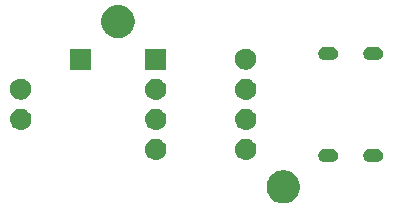
<source format=gbr>
G04 #@! TF.GenerationSoftware,KiCad,Pcbnew,5.0.2+dfsg1-1*
G04 #@! TF.CreationDate,2021-01-04T01:24:12+01:00*
G04 #@! TF.ProjectId,tester,74657374-6572-42e6-9b69-6361645f7063,rev?*
G04 #@! TF.SameCoordinates,Original*
G04 #@! TF.FileFunction,Soldermask,Bot*
G04 #@! TF.FilePolarity,Negative*
%FSLAX46Y46*%
G04 Gerber Fmt 4.6, Leading zero omitted, Abs format (unit mm)*
G04 Created by KiCad (PCBNEW 5.0.2+dfsg1-1) date Mon 04 Jan 2021 01:24:12 AM CET*
%MOMM*%
%LPD*%
G01*
G04 APERTURE LIST*
%ADD10C,0.100000*%
G04 APERTURE END LIST*
D10*
G36*
X7318433Y-5634893D02*
X7408657Y-5652839D01*
X7514267Y-5696585D01*
X7663621Y-5758449D01*
X7893089Y-5911774D01*
X8088226Y-6106911D01*
X8241551Y-6336379D01*
X8347161Y-6591344D01*
X8401000Y-6862012D01*
X8401000Y-7137988D01*
X8347161Y-7408656D01*
X8241551Y-7663621D01*
X8088226Y-7893089D01*
X7893089Y-8088226D01*
X7663621Y-8241551D01*
X7514267Y-8303415D01*
X7408657Y-8347161D01*
X7318433Y-8365107D01*
X7137988Y-8401000D01*
X6862012Y-8401000D01*
X6681567Y-8365107D01*
X6591343Y-8347161D01*
X6485733Y-8303415D01*
X6336379Y-8241551D01*
X6106911Y-8088226D01*
X5911774Y-7893089D01*
X5758449Y-7663621D01*
X5652839Y-7408656D01*
X5599000Y-7137988D01*
X5599000Y-6862012D01*
X5652839Y-6591344D01*
X5758449Y-6336379D01*
X5911774Y-6106911D01*
X6106911Y-5911774D01*
X6336379Y-5758449D01*
X6485733Y-5696585D01*
X6591343Y-5652839D01*
X6681567Y-5634893D01*
X6862012Y-5599000D01*
X7137988Y-5599000D01*
X7318433Y-5634893D01*
X7318433Y-5634893D01*
G37*
G36*
X15012495Y-3779586D02*
X15115859Y-3810941D01*
X15211119Y-3861859D01*
X15294616Y-3930383D01*
X15363140Y-4013880D01*
X15414058Y-4109140D01*
X15445413Y-4212504D01*
X15456000Y-4319999D01*
X15456000Y-4320001D01*
X15445413Y-4427496D01*
X15414058Y-4530860D01*
X15363140Y-4626120D01*
X15294616Y-4709617D01*
X15211119Y-4778141D01*
X15115859Y-4829059D01*
X15012495Y-4860414D01*
X14905000Y-4871001D01*
X14305000Y-4871001D01*
X14197505Y-4860414D01*
X14094141Y-4829059D01*
X13998881Y-4778141D01*
X13915384Y-4709617D01*
X13846860Y-4626120D01*
X13795942Y-4530860D01*
X13764587Y-4427496D01*
X13754000Y-4320001D01*
X13754000Y-4319999D01*
X13764587Y-4212504D01*
X13795942Y-4109140D01*
X13846860Y-4013880D01*
X13915384Y-3930383D01*
X13998881Y-3861859D01*
X14094141Y-3810941D01*
X14197505Y-3779586D01*
X14305000Y-3768999D01*
X14905000Y-3768999D01*
X15012495Y-3779586D01*
X15012495Y-3779586D01*
G37*
G36*
X11212495Y-3779586D02*
X11315859Y-3810941D01*
X11411119Y-3861859D01*
X11494616Y-3930383D01*
X11563140Y-4013880D01*
X11614058Y-4109140D01*
X11645413Y-4212504D01*
X11656000Y-4319999D01*
X11656000Y-4320001D01*
X11645413Y-4427496D01*
X11614058Y-4530860D01*
X11563140Y-4626120D01*
X11494616Y-4709617D01*
X11411119Y-4778141D01*
X11315859Y-4829059D01*
X11212495Y-4860414D01*
X11105000Y-4871001D01*
X10505000Y-4871001D01*
X10397505Y-4860414D01*
X10294141Y-4829059D01*
X10198881Y-4778141D01*
X10115384Y-4709617D01*
X10046860Y-4626120D01*
X9995942Y-4530860D01*
X9964587Y-4427496D01*
X9954000Y-4320001D01*
X9954000Y-4319999D01*
X9964587Y-4212504D01*
X9995942Y-4109140D01*
X10046860Y-4013880D01*
X10115384Y-3930383D01*
X10198881Y-3861859D01*
X10294141Y-3810941D01*
X10397505Y-3779586D01*
X10505000Y-3768999D01*
X11105000Y-3768999D01*
X11212495Y-3779586D01*
X11212495Y-3779586D01*
G37*
G36*
X-3699557Y-2915519D02*
X-3633373Y-2922037D01*
X-3520147Y-2956384D01*
X-3463533Y-2973557D01*
X-3324913Y-3047652D01*
X-3307009Y-3057222D01*
X-3271271Y-3086552D01*
X-3169814Y-3169814D01*
X-3086552Y-3271271D01*
X-3057222Y-3307009D01*
X-3057221Y-3307011D01*
X-2973557Y-3463533D01*
X-2973557Y-3463534D01*
X-2922037Y-3633373D01*
X-2904641Y-3810000D01*
X-2922037Y-3986627D01*
X-2930407Y-4014218D01*
X-2973557Y-4156467D01*
X-3003510Y-4212504D01*
X-3057222Y-4312991D01*
X-3086552Y-4348729D01*
X-3169814Y-4450186D01*
X-3267836Y-4530629D01*
X-3307009Y-4562778D01*
X-3307011Y-4562779D01*
X-3463533Y-4646443D01*
X-3520147Y-4663616D01*
X-3633373Y-4697963D01*
X-3699557Y-4704481D01*
X-3765740Y-4711000D01*
X-3854260Y-4711000D01*
X-3920443Y-4704481D01*
X-3986627Y-4697963D01*
X-4099853Y-4663616D01*
X-4156467Y-4646443D01*
X-4312989Y-4562779D01*
X-4312991Y-4562778D01*
X-4352164Y-4530629D01*
X-4450186Y-4450186D01*
X-4533448Y-4348729D01*
X-4562778Y-4312991D01*
X-4616490Y-4212504D01*
X-4646443Y-4156467D01*
X-4689593Y-4014218D01*
X-4697963Y-3986627D01*
X-4715359Y-3810000D01*
X-4697963Y-3633373D01*
X-4646443Y-3463534D01*
X-4646443Y-3463533D01*
X-4562779Y-3307011D01*
X-4562778Y-3307009D01*
X-4533448Y-3271271D01*
X-4450186Y-3169814D01*
X-4348729Y-3086552D01*
X-4312991Y-3057222D01*
X-4295087Y-3047652D01*
X-4156467Y-2973557D01*
X-4099853Y-2956384D01*
X-3986627Y-2922037D01*
X-3920443Y-2915519D01*
X-3854260Y-2909000D01*
X-3765740Y-2909000D01*
X-3699557Y-2915519D01*
X-3699557Y-2915519D01*
G37*
G36*
X3920443Y-2915519D02*
X3986627Y-2922037D01*
X4099853Y-2956384D01*
X4156467Y-2973557D01*
X4295087Y-3047652D01*
X4312991Y-3057222D01*
X4348729Y-3086552D01*
X4450186Y-3169814D01*
X4533448Y-3271271D01*
X4562778Y-3307009D01*
X4562779Y-3307011D01*
X4646443Y-3463533D01*
X4646443Y-3463534D01*
X4697963Y-3633373D01*
X4715359Y-3810000D01*
X4697963Y-3986627D01*
X4689593Y-4014218D01*
X4646443Y-4156467D01*
X4616490Y-4212504D01*
X4562778Y-4312991D01*
X4533448Y-4348729D01*
X4450186Y-4450186D01*
X4352164Y-4530629D01*
X4312991Y-4562778D01*
X4312989Y-4562779D01*
X4156467Y-4646443D01*
X4099853Y-4663616D01*
X3986627Y-4697963D01*
X3920443Y-4704481D01*
X3854260Y-4711000D01*
X3765740Y-4711000D01*
X3699557Y-4704481D01*
X3633373Y-4697963D01*
X3520147Y-4663616D01*
X3463533Y-4646443D01*
X3307011Y-4562779D01*
X3307009Y-4562778D01*
X3267836Y-4530629D01*
X3169814Y-4450186D01*
X3086552Y-4348729D01*
X3057222Y-4312991D01*
X3003510Y-4212504D01*
X2973557Y-4156467D01*
X2930407Y-4014218D01*
X2922037Y-3986627D01*
X2904641Y-3810000D01*
X2922037Y-3633373D01*
X2973557Y-3463534D01*
X2973557Y-3463533D01*
X3057221Y-3307011D01*
X3057222Y-3307009D01*
X3086552Y-3271271D01*
X3169814Y-3169814D01*
X3271271Y-3086552D01*
X3307009Y-3057222D01*
X3324913Y-3047652D01*
X3463533Y-2973557D01*
X3520147Y-2956384D01*
X3633373Y-2922037D01*
X3699557Y-2915519D01*
X3765740Y-2909000D01*
X3854260Y-2909000D01*
X3920443Y-2915519D01*
X3920443Y-2915519D01*
G37*
G36*
X3920442Y-375518D02*
X3986627Y-382037D01*
X4099853Y-416384D01*
X4156467Y-433557D01*
X4295087Y-507652D01*
X4312991Y-517222D01*
X4348729Y-546552D01*
X4450186Y-629814D01*
X4533448Y-731271D01*
X4562778Y-767009D01*
X4562779Y-767011D01*
X4646443Y-923533D01*
X4646443Y-923534D01*
X4697963Y-1093373D01*
X4715359Y-1270000D01*
X4697963Y-1446627D01*
X4663616Y-1559853D01*
X4646443Y-1616467D01*
X4572348Y-1755087D01*
X4562778Y-1772991D01*
X4533448Y-1808729D01*
X4450186Y-1910186D01*
X4348729Y-1993448D01*
X4312991Y-2022778D01*
X4312989Y-2022779D01*
X4156467Y-2106443D01*
X4099853Y-2123616D01*
X3986627Y-2157963D01*
X3920443Y-2164481D01*
X3854260Y-2171000D01*
X3765740Y-2171000D01*
X3699557Y-2164481D01*
X3633373Y-2157963D01*
X3520147Y-2123616D01*
X3463533Y-2106443D01*
X3307011Y-2022779D01*
X3307009Y-2022778D01*
X3271271Y-1993448D01*
X3169814Y-1910186D01*
X3086552Y-1808729D01*
X3057222Y-1772991D01*
X3047652Y-1755087D01*
X2973557Y-1616467D01*
X2956384Y-1559853D01*
X2922037Y-1446627D01*
X2904641Y-1270000D01*
X2922037Y-1093373D01*
X2973557Y-923534D01*
X2973557Y-923533D01*
X3057221Y-767011D01*
X3057222Y-767009D01*
X3086552Y-731271D01*
X3169814Y-629814D01*
X3271271Y-546552D01*
X3307009Y-517222D01*
X3324913Y-507652D01*
X3463533Y-433557D01*
X3520147Y-416384D01*
X3633373Y-382037D01*
X3699558Y-375518D01*
X3765740Y-369000D01*
X3854260Y-369000D01*
X3920442Y-375518D01*
X3920442Y-375518D01*
G37*
G36*
X-3699558Y-375518D02*
X-3633373Y-382037D01*
X-3520147Y-416384D01*
X-3463533Y-433557D01*
X-3324913Y-507652D01*
X-3307009Y-517222D01*
X-3271271Y-546552D01*
X-3169814Y-629814D01*
X-3086552Y-731271D01*
X-3057222Y-767009D01*
X-3057221Y-767011D01*
X-2973557Y-923533D01*
X-2973557Y-923534D01*
X-2922037Y-1093373D01*
X-2904641Y-1270000D01*
X-2922037Y-1446627D01*
X-2956384Y-1559853D01*
X-2973557Y-1616467D01*
X-3047652Y-1755087D01*
X-3057222Y-1772991D01*
X-3086552Y-1808729D01*
X-3169814Y-1910186D01*
X-3271271Y-1993448D01*
X-3307009Y-2022778D01*
X-3307011Y-2022779D01*
X-3463533Y-2106443D01*
X-3520147Y-2123616D01*
X-3633373Y-2157963D01*
X-3699557Y-2164481D01*
X-3765740Y-2171000D01*
X-3854260Y-2171000D01*
X-3920443Y-2164481D01*
X-3986627Y-2157963D01*
X-4099853Y-2123616D01*
X-4156467Y-2106443D01*
X-4312989Y-2022779D01*
X-4312991Y-2022778D01*
X-4348729Y-1993448D01*
X-4450186Y-1910186D01*
X-4533448Y-1808729D01*
X-4562778Y-1772991D01*
X-4572348Y-1755087D01*
X-4646443Y-1616467D01*
X-4663616Y-1559853D01*
X-4697963Y-1446627D01*
X-4715359Y-1270000D01*
X-4697963Y-1093373D01*
X-4646443Y-923534D01*
X-4646443Y-923533D01*
X-4562779Y-767011D01*
X-4562778Y-767009D01*
X-4533448Y-731271D01*
X-4450186Y-629814D01*
X-4348729Y-546552D01*
X-4312991Y-517222D01*
X-4295087Y-507652D01*
X-4156467Y-433557D01*
X-4099853Y-416384D01*
X-3986627Y-382037D01*
X-3920442Y-375518D01*
X-3854260Y-369000D01*
X-3765740Y-369000D01*
X-3699558Y-375518D01*
X-3699558Y-375518D01*
G37*
G36*
X-15129557Y-375519D02*
X-15063373Y-382037D01*
X-14950147Y-416384D01*
X-14893533Y-433557D01*
X-14754913Y-507652D01*
X-14737009Y-517222D01*
X-14701271Y-546552D01*
X-14599814Y-629814D01*
X-14516552Y-731271D01*
X-14487222Y-767009D01*
X-14487221Y-767011D01*
X-14403557Y-923533D01*
X-14403557Y-923534D01*
X-14352037Y-1093373D01*
X-14334641Y-1270000D01*
X-14352037Y-1446627D01*
X-14386384Y-1559853D01*
X-14403557Y-1616467D01*
X-14477652Y-1755087D01*
X-14487222Y-1772991D01*
X-14516552Y-1808729D01*
X-14599814Y-1910186D01*
X-14701271Y-1993448D01*
X-14737009Y-2022778D01*
X-14737011Y-2022779D01*
X-14893533Y-2106443D01*
X-14950147Y-2123616D01*
X-15063373Y-2157963D01*
X-15129557Y-2164481D01*
X-15195740Y-2171000D01*
X-15284260Y-2171000D01*
X-15350443Y-2164481D01*
X-15416627Y-2157963D01*
X-15529853Y-2123616D01*
X-15586467Y-2106443D01*
X-15742989Y-2022779D01*
X-15742991Y-2022778D01*
X-15778729Y-1993448D01*
X-15880186Y-1910186D01*
X-15963448Y-1808729D01*
X-15992778Y-1772991D01*
X-16002348Y-1755087D01*
X-16076443Y-1616467D01*
X-16093616Y-1559853D01*
X-16127963Y-1446627D01*
X-16145359Y-1270000D01*
X-16127963Y-1093373D01*
X-16076443Y-923534D01*
X-16076443Y-923533D01*
X-15992779Y-767011D01*
X-15992778Y-767009D01*
X-15963448Y-731271D01*
X-15880186Y-629814D01*
X-15778729Y-546552D01*
X-15742991Y-517222D01*
X-15725087Y-507652D01*
X-15586467Y-433557D01*
X-15529853Y-416384D01*
X-15416627Y-382037D01*
X-15350443Y-375519D01*
X-15284260Y-369000D01*
X-15195740Y-369000D01*
X-15129557Y-375519D01*
X-15129557Y-375519D01*
G37*
G36*
X3920443Y2164481D02*
X3986627Y2157963D01*
X4099853Y2123616D01*
X4156467Y2106443D01*
X4295087Y2032348D01*
X4312991Y2022778D01*
X4348729Y1993448D01*
X4450186Y1910186D01*
X4533448Y1808729D01*
X4562778Y1772991D01*
X4562779Y1772989D01*
X4646443Y1616467D01*
X4646443Y1616466D01*
X4697963Y1446627D01*
X4715359Y1270000D01*
X4697963Y1093373D01*
X4671819Y1007188D01*
X4646443Y923533D01*
X4603513Y843218D01*
X4562778Y767009D01*
X4533448Y731271D01*
X4450186Y629814D01*
X4377480Y570147D01*
X4312991Y517222D01*
X4312989Y517221D01*
X4156467Y433557D01*
X4099853Y416384D01*
X3986627Y382037D01*
X3920442Y375518D01*
X3854260Y369000D01*
X3765740Y369000D01*
X3699558Y375518D01*
X3633373Y382037D01*
X3520147Y416384D01*
X3463533Y433557D01*
X3307011Y517221D01*
X3307009Y517222D01*
X3242520Y570147D01*
X3169814Y629814D01*
X3086552Y731271D01*
X3057222Y767009D01*
X3016487Y843218D01*
X2973557Y923533D01*
X2948181Y1007188D01*
X2922037Y1093373D01*
X2904641Y1270000D01*
X2922037Y1446627D01*
X2973557Y1616466D01*
X2973557Y1616467D01*
X3057221Y1772989D01*
X3057222Y1772991D01*
X3086552Y1808729D01*
X3169814Y1910186D01*
X3271271Y1993448D01*
X3307009Y2022778D01*
X3324913Y2032348D01*
X3463533Y2106443D01*
X3520147Y2123616D01*
X3633373Y2157963D01*
X3699557Y2164481D01*
X3765740Y2171000D01*
X3854260Y2171000D01*
X3920443Y2164481D01*
X3920443Y2164481D01*
G37*
G36*
X-3699557Y2164481D02*
X-3633373Y2157963D01*
X-3520147Y2123616D01*
X-3463533Y2106443D01*
X-3324913Y2032348D01*
X-3307009Y2022778D01*
X-3271271Y1993448D01*
X-3169814Y1910186D01*
X-3086552Y1808729D01*
X-3057222Y1772991D01*
X-3057221Y1772989D01*
X-2973557Y1616467D01*
X-2973557Y1616466D01*
X-2922037Y1446627D01*
X-2904641Y1270000D01*
X-2922037Y1093373D01*
X-2948181Y1007188D01*
X-2973557Y923533D01*
X-3016487Y843218D01*
X-3057222Y767009D01*
X-3086552Y731271D01*
X-3169814Y629814D01*
X-3242520Y570147D01*
X-3307009Y517222D01*
X-3307011Y517221D01*
X-3463533Y433557D01*
X-3520147Y416384D01*
X-3633373Y382037D01*
X-3699558Y375518D01*
X-3765740Y369000D01*
X-3854260Y369000D01*
X-3920442Y375518D01*
X-3986627Y382037D01*
X-4099853Y416384D01*
X-4156467Y433557D01*
X-4312989Y517221D01*
X-4312991Y517222D01*
X-4377480Y570147D01*
X-4450186Y629814D01*
X-4533448Y731271D01*
X-4562778Y767009D01*
X-4603513Y843218D01*
X-4646443Y923533D01*
X-4671819Y1007188D01*
X-4697963Y1093373D01*
X-4715359Y1270000D01*
X-4697963Y1446627D01*
X-4646443Y1616466D01*
X-4646443Y1616467D01*
X-4562779Y1772989D01*
X-4562778Y1772991D01*
X-4533448Y1808729D01*
X-4450186Y1910186D01*
X-4348729Y1993448D01*
X-4312991Y2022778D01*
X-4295087Y2032348D01*
X-4156467Y2106443D01*
X-4099853Y2123616D01*
X-3986627Y2157963D01*
X-3920443Y2164481D01*
X-3854260Y2171000D01*
X-3765740Y2171000D01*
X-3699557Y2164481D01*
X-3699557Y2164481D01*
G37*
G36*
X-14977188Y2136376D02*
X-14813216Y2068456D01*
X-14665646Y1969853D01*
X-14540147Y1844354D01*
X-14441544Y1696784D01*
X-14373624Y1532812D01*
X-14339000Y1358741D01*
X-14339000Y1181259D01*
X-14373624Y1007188D01*
X-14441544Y843216D01*
X-14540147Y695646D01*
X-14665646Y570147D01*
X-14813216Y471544D01*
X-14977188Y403624D01*
X-15151259Y369000D01*
X-15328741Y369000D01*
X-15502812Y403624D01*
X-15666784Y471544D01*
X-15814354Y570147D01*
X-15939853Y695646D01*
X-16038456Y843216D01*
X-16106376Y1007188D01*
X-16141000Y1181259D01*
X-16141000Y1358741D01*
X-16106376Y1532812D01*
X-16038456Y1696784D01*
X-15939853Y1844354D01*
X-15814354Y1969853D01*
X-15666784Y2068456D01*
X-15502812Y2136376D01*
X-15328741Y2171000D01*
X-15151259Y2171000D01*
X-14977188Y2136376D01*
X-14977188Y2136376D01*
G37*
G36*
X4072812Y4676376D02*
X4236784Y4608456D01*
X4384354Y4509853D01*
X4509853Y4384354D01*
X4608456Y4236784D01*
X4676376Y4072812D01*
X4711000Y3898741D01*
X4711000Y3721259D01*
X4676376Y3547188D01*
X4608456Y3383216D01*
X4509853Y3235646D01*
X4384354Y3110147D01*
X4236784Y3011544D01*
X4072812Y2943624D01*
X3898741Y2909000D01*
X3721259Y2909000D01*
X3547188Y2943624D01*
X3383216Y3011544D01*
X3235646Y3110147D01*
X3110147Y3235646D01*
X3011544Y3383216D01*
X2943624Y3547188D01*
X2909000Y3721259D01*
X2909000Y3898741D01*
X2943624Y4072812D01*
X3011544Y4236784D01*
X3110147Y4384354D01*
X3235646Y4509853D01*
X3383216Y4608456D01*
X3547188Y4676376D01*
X3721259Y4711000D01*
X3898741Y4711000D01*
X4072812Y4676376D01*
X4072812Y4676376D01*
G37*
G36*
X-9259000Y2909000D02*
X-11061000Y2909000D01*
X-11061000Y4711000D01*
X-9259000Y4711000D01*
X-9259000Y2909000D01*
X-9259000Y2909000D01*
G37*
G36*
X-2909000Y2909000D02*
X-4711000Y2909000D01*
X-4711000Y4711000D01*
X-2909000Y4711000D01*
X-2909000Y2909000D01*
X-2909000Y2909000D01*
G37*
G36*
X11212495Y4860414D02*
X11315859Y4829059D01*
X11411119Y4778141D01*
X11494616Y4709617D01*
X11563140Y4626120D01*
X11614058Y4530860D01*
X11645413Y4427496D01*
X11656000Y4320001D01*
X11656000Y4319999D01*
X11645413Y4212504D01*
X11614058Y4109140D01*
X11563140Y4013880D01*
X11494616Y3930383D01*
X11411119Y3861859D01*
X11315859Y3810941D01*
X11212495Y3779586D01*
X11105000Y3768999D01*
X10505000Y3768999D01*
X10397505Y3779586D01*
X10294141Y3810941D01*
X10198881Y3861859D01*
X10115384Y3930383D01*
X10046860Y4013880D01*
X9995942Y4109140D01*
X9964587Y4212504D01*
X9954000Y4319999D01*
X9954000Y4320001D01*
X9964587Y4427496D01*
X9995942Y4530860D01*
X10046860Y4626120D01*
X10115384Y4709617D01*
X10198881Y4778141D01*
X10294141Y4829059D01*
X10397505Y4860414D01*
X10505000Y4871001D01*
X11105000Y4871001D01*
X11212495Y4860414D01*
X11212495Y4860414D01*
G37*
G36*
X15012495Y4860414D02*
X15115859Y4829059D01*
X15211119Y4778141D01*
X15294616Y4709617D01*
X15363140Y4626120D01*
X15414058Y4530860D01*
X15445413Y4427496D01*
X15456000Y4320001D01*
X15456000Y4319999D01*
X15445413Y4212504D01*
X15414058Y4109140D01*
X15363140Y4013880D01*
X15294616Y3930383D01*
X15211119Y3861859D01*
X15115859Y3810941D01*
X15012495Y3779586D01*
X14905000Y3768999D01*
X14305000Y3768999D01*
X14197505Y3779586D01*
X14094141Y3810941D01*
X13998881Y3861859D01*
X13915384Y3930383D01*
X13846860Y4013880D01*
X13795942Y4109140D01*
X13764587Y4212504D01*
X13754000Y4319999D01*
X13754000Y4320001D01*
X13764587Y4427496D01*
X13795942Y4530860D01*
X13846860Y4626120D01*
X13915384Y4709617D01*
X13998881Y4778141D01*
X14094141Y4829059D01*
X14197505Y4860414D01*
X14305000Y4871001D01*
X14905000Y4871001D01*
X15012495Y4860414D01*
X15012495Y4860414D01*
G37*
G36*
X-6681567Y8365107D02*
X-6591343Y8347161D01*
X-6485733Y8303415D01*
X-6336379Y8241551D01*
X-6106911Y8088226D01*
X-5911774Y7893089D01*
X-5758449Y7663621D01*
X-5652839Y7408656D01*
X-5599000Y7137988D01*
X-5599000Y6862012D01*
X-5652839Y6591344D01*
X-5758449Y6336379D01*
X-5911774Y6106911D01*
X-6106911Y5911774D01*
X-6336379Y5758449D01*
X-6485733Y5696585D01*
X-6591343Y5652839D01*
X-6681567Y5634893D01*
X-6862012Y5599000D01*
X-7137988Y5599000D01*
X-7318433Y5634893D01*
X-7408657Y5652839D01*
X-7514267Y5696585D01*
X-7663621Y5758449D01*
X-7893089Y5911774D01*
X-8088226Y6106911D01*
X-8241551Y6336379D01*
X-8347161Y6591344D01*
X-8401000Y6862012D01*
X-8401000Y7137988D01*
X-8347161Y7408656D01*
X-8241551Y7663621D01*
X-8088226Y7893089D01*
X-7893089Y8088226D01*
X-7663621Y8241551D01*
X-7514267Y8303415D01*
X-7408657Y8347161D01*
X-7318433Y8365107D01*
X-7137988Y8401000D01*
X-6862012Y8401000D01*
X-6681567Y8365107D01*
X-6681567Y8365107D01*
G37*
M02*

</source>
